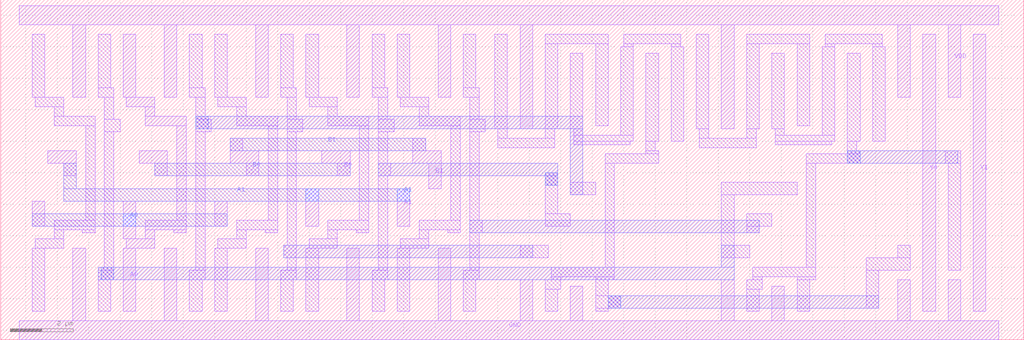
<source format=lef>
VERSION 5.7 ;
  NOWIREEXTENSIONATPIN ON ;
  DIVIDERCHAR "/" ;
  BUSBITCHARS "[]" ;
MACRO INVX1
  CLASS BLOCK ;
  FOREIGN INVX1 ;
  ORIGIN 0.900 0.300 ;
  SIZE 3.500 BY 10.800 ;
  OBS
      LAYER metal1 ;
        RECT -0.200 9.700 1.800 10.300 ;
        RECT 0.200 7.400 0.600 9.700 ;
        RECT 0.200 1.900 0.600 2.700 ;
        RECT 0.200 0.300 0.600 1.600 ;
        RECT 1.000 0.600 1.400 9.400 ;
        RECT -0.200 -0.300 1.800 0.300 ;
  END
END INVX1
MACRO NOR3X1
  CLASS BLOCK ;
  FOREIGN NOR3X1 ;
  ORIGIN 0.700 0.300 ;
  SIZE 7.500 BY 10.800 ;
  OBS
      LAYER metal1 ;
        RECT -0.200 9.700 6.600 10.300 ;
        RECT 0.200 6.400 0.600 9.400 ;
        RECT 1.000 6.400 1.400 9.700 ;
        RECT 1.800 9.100 3.800 9.400 ;
        RECT 1.800 6.400 2.200 9.100 ;
        RECT 2.600 6.400 3.000 8.800 ;
        RECT 3.400 6.500 3.800 9.100 ;
        RECT 4.300 9.100 6.100 9.400 ;
        RECT 4.300 9.000 4.600 9.100 ;
        RECT 0.300 6.100 0.600 6.400 ;
        RECT 1.800 6.100 2.100 6.400 ;
        RECT 0.300 5.800 2.100 6.100 ;
        RECT 2.700 6.200 3.000 6.400 ;
        RECT 4.200 6.200 4.600 9.000 ;
        RECT 5.800 9.000 6.100 9.100 ;
        RECT 2.700 6.000 4.600 6.200 ;
        RECT 5.000 6.000 5.400 8.800 ;
        RECT 5.800 6.000 6.200 9.000 ;
        RECT 2.700 5.900 4.500 6.000 ;
        RECT 5.000 5.700 5.300 6.000 ;
        RECT 5.000 5.600 5.400 5.700 ;
        RECT 3.700 5.300 5.400 5.600 ;
        RECT 2.600 4.300 3.400 4.700 ;
        RECT 1.800 3.300 2.600 3.700 ;
        RECT 1.000 2.300 1.900 2.700 ;
        RECT 3.700 2.000 4.000 5.300 ;
        RECT 2.000 1.700 4.000 2.000 ;
        RECT 2.000 1.600 2.300 1.700 ;
        RECT 1.000 0.300 1.400 1.600 ;
        RECT 1.800 1.300 2.300 1.600 ;
        RECT 3.400 1.600 4.000 1.700 ;
        RECT 1.800 0.600 2.200 1.300 ;
        RECT 2.600 0.300 3.000 1.400 ;
        RECT 3.400 0.600 3.800 1.600 ;
        RECT -0.200 -0.300 6.600 0.300 ;
  END
END NOR3X1
MACRO CELM2X1
  CLASS BLOCK ;
  FOREIGN CELM2X1 ;
  ORIGIN 0.800 0.300 ;
  SIZE 4.500 BY 10.800 ;
  OBS
      LAYER metal1 ;
        RECT -0.200 9.700 3.100 10.300 ;
        RECT 0.200 7.400 0.600 9.400 ;
        RECT 1.500 7.400 1.900 9.700 ;
        RECT 2.300 7.700 2.700 9.400 ;
        RECT 2.300 7.400 2.800 7.700 ;
        RECT 0.300 7.100 1.200 7.400 ;
        RECT 0.900 6.800 1.200 7.100 ;
        RECT 0.900 6.500 2.200 6.800 ;
        RECT 0.700 5.300 1.600 5.700 ;
        RECT 1.200 4.900 1.600 5.300 ;
        RECT 0.200 3.300 0.600 4.100 ;
        RECT 1.900 3.500 2.200 6.500 ;
        RECT 0.900 3.200 2.200 3.500 ;
        RECT 0.900 2.900 1.200 3.200 ;
        RECT 1.800 3.100 2.200 3.200 ;
        RECT 2.500 6.700 2.800 7.400 ;
        RECT 2.500 6.300 3.000 6.700 ;
        RECT 0.300 2.600 1.200 2.900 ;
        RECT 0.200 0.600 0.600 2.600 ;
        RECT 1.500 0.300 1.900 2.600 ;
        RECT 2.500 1.900 2.800 6.300 ;
        RECT 2.300 1.600 2.800 1.900 ;
        RECT 2.300 0.600 2.700 1.600 ;
        RECT -0.200 -0.300 3.100 0.300 ;
  END
END CELM2X1
MACRO SECLIBAND_opt
  CLASS BLOCK ;
  FOREIGN SECLIBAND_opt ;
  ORIGIN 0.800 0.300 ;
  SIZE 32.500 BY 10.800 ;
  PIN B0
    DIRECTION INPUT ;
    USE SIGNAL ;
    ANTENNAGATEAREA 1.600000 ;
    PORT
      LAYER metal1 ;
        RECT 3.600 5.300 4.500 5.700 ;
        RECT 9.400 5.300 10.300 5.700 ;
        RECT 4.100 4.900 4.500 5.300 ;
        RECT 9.900 4.900 10.300 5.300 ;
      LAYER metal2 ;
        RECT 4.100 4.900 10.300 5.300 ;
    END
  END B0
  PIN A0
    DIRECTION INPUT ;
    USE SIGNAL ;
    ANTENNAGATEAREA 3.000000 ;
    PORT
      LAYER metal1 ;
        RECT 3.100 7.400 3.500 9.400 ;
        RECT 3.200 7.100 4.100 7.400 ;
        RECT 3.800 6.800 4.100 7.100 ;
        RECT 3.800 6.500 5.100 6.800 ;
        RECT 0.200 3.300 0.600 4.100 ;
        RECT 3.100 2.900 3.500 4.100 ;
        RECT 4.800 3.500 5.100 6.500 ;
        RECT 3.800 3.200 5.100 3.500 ;
        RECT 6.000 3.300 6.400 4.100 ;
        RECT 3.800 2.900 4.100 3.200 ;
        RECT 4.700 3.100 5.100 3.200 ;
        RECT 3.200 2.600 4.100 2.900 ;
        RECT 3.100 0.600 3.500 2.600 ;
      LAYER via1 ;
        RECT 3.100 3.300 3.500 3.700 ;
      LAYER metal2 ;
        RECT 0.200 3.300 6.400 3.700 ;
    END
  END A0
  PIN B1
    DIRECTION INPUT ;
    USE SIGNAL ;
    ANTENNAGATEAREA 1.600000 ;
    PORT
      LAYER metal1 ;
        RECT 6.500 5.700 6.900 6.100 ;
        RECT 12.300 5.700 12.700 6.100 ;
        RECT 6.500 5.300 7.400 5.700 ;
        RECT 12.300 5.300 13.200 5.700 ;
        RECT 7.000 4.900 7.400 5.300 ;
        RECT 12.800 4.500 13.200 5.300 ;
      LAYER metal2 ;
        RECT 6.500 5.700 12.700 6.100 ;
    END
  END B1
  PIN A1
    DIRECTION INPUT ;
    USE SIGNAL ;
    ANTENNAGATEAREA 2.400000 ;
    PORT
      LAYER metal1 ;
        RECT 0.700 5.300 1.600 5.700 ;
        RECT 1.200 4.900 1.600 5.300 ;
        RECT 8.900 3.300 9.300 4.500 ;
        RECT 11.800 3.300 12.200 4.500 ;
      LAYER via1 ;
        RECT 8.900 4.100 9.300 4.500 ;
        RECT 11.800 4.100 12.200 4.500 ;
      LAYER metal2 ;
        RECT 1.200 4.500 1.600 5.300 ;
        RECT 1.200 4.100 12.200 4.500 ;
    END
  END A1
  PIN Y0
    DIRECTION OUTPUT ;
    USE SIGNAL ;
    PORT
      LAYER metal1 ;
        RECT 28.500 0.600 28.900 9.400 ;
    END
  END Y0
  PIN Y1
    DIRECTION OUTPUT ;
    USE SIGNAL ;
    PORT
      LAYER metal1 ;
        RECT 30.100 0.600 30.500 9.400 ;
    END
  END Y1
  PIN VDD
    DIRECTION INOUT ;
    USE POWER ;
    PORT
      LAYER metal1 ;
        RECT -0.200 9.700 30.900 10.300 ;
        RECT 1.500 7.400 1.900 9.700 ;
        RECT 4.400 7.400 4.800 9.700 ;
        RECT 7.300 7.400 7.700 9.700 ;
        RECT 10.200 7.400 10.600 9.700 ;
        RECT 13.100 7.400 13.500 9.700 ;
        RECT 15.700 6.400 16.100 9.700 ;
        RECT 22.100 6.400 22.500 9.700 ;
        RECT 27.700 7.400 28.100 9.700 ;
        RECT 29.300 7.400 29.700 9.700 ;
    END
  END VDD
  PIN GND
    DIRECTION INOUT ;
    USE GROUND ;
    PORT
      LAYER metal1 ;
        RECT 1.500 0.300 1.900 2.600 ;
        RECT 4.400 0.300 4.800 2.600 ;
        RECT 7.300 0.300 7.700 2.600 ;
        RECT 10.200 0.300 10.600 2.600 ;
        RECT 13.100 0.300 13.500 2.600 ;
        RECT 15.700 0.300 16.100 1.600 ;
        RECT 17.300 0.300 17.700 1.400 ;
        RECT 22.100 0.300 22.500 1.600 ;
        RECT 23.700 0.300 24.100 1.400 ;
        RECT 27.700 0.300 28.100 1.600 ;
        RECT 29.300 0.300 29.700 1.600 ;
        RECT -0.200 -0.300 30.900 0.300 ;
    END
  END GND
  OBS
      LAYER metal1 ;
        RECT 0.200 7.400 0.600 9.400 ;
        RECT 2.300 7.700 2.700 9.400 ;
        RECT 5.200 7.700 5.600 9.400 ;
        RECT 2.300 7.400 2.800 7.700 ;
        RECT 5.200 7.400 5.700 7.700 ;
        RECT 6.000 7.400 6.400 9.400 ;
        RECT 8.100 7.700 8.500 9.400 ;
        RECT 8.100 7.400 8.600 7.700 ;
        RECT 8.900 7.400 9.300 9.400 ;
        RECT 11.000 7.700 11.400 9.400 ;
        RECT 11.000 7.400 11.500 7.700 ;
        RECT 11.800 7.400 12.200 9.400 ;
        RECT 13.900 7.700 14.300 9.400 ;
        RECT 13.900 7.400 14.400 7.700 ;
        RECT 0.300 7.100 1.200 7.400 ;
        RECT 0.900 6.800 1.200 7.100 ;
        RECT 0.900 6.500 2.200 6.800 ;
        RECT 1.900 3.500 2.200 6.500 ;
        RECT 0.900 3.200 2.200 3.500 ;
        RECT 0.900 2.900 1.200 3.200 ;
        RECT 1.800 3.100 2.200 3.200 ;
        RECT 2.500 6.700 2.800 7.400 ;
        RECT 5.400 6.800 5.700 7.400 ;
        RECT 6.100 7.100 7.000 7.400 ;
        RECT 6.700 6.800 7.000 7.100 ;
        RECT 5.400 6.700 5.800 6.800 ;
        RECT 2.500 6.300 3.000 6.700 ;
        RECT 5.400 6.300 5.900 6.700 ;
        RECT 6.700 6.500 8.000 6.800 ;
        RECT 0.300 2.600 1.200 2.900 ;
        RECT 0.200 0.600 0.600 2.600 ;
        RECT 2.500 2.000 2.800 6.300 ;
        RECT 2.400 1.900 2.800 2.000 ;
        RECT 5.400 1.900 5.700 6.300 ;
        RECT 7.700 3.500 8.000 6.500 ;
        RECT 6.700 3.200 8.000 3.500 ;
        RECT 6.700 2.900 7.000 3.200 ;
        RECT 7.600 3.100 8.000 3.200 ;
        RECT 8.300 6.700 8.600 7.400 ;
        RECT 9.000 7.100 9.900 7.400 ;
        RECT 9.600 6.800 9.900 7.100 ;
        RECT 8.300 6.300 8.800 6.700 ;
        RECT 9.600 6.500 10.900 6.800 ;
        RECT 6.100 2.600 7.000 2.900 ;
        RECT 8.300 2.700 8.600 6.300 ;
        RECT 10.600 3.500 10.900 6.500 ;
        RECT 9.600 3.200 10.900 3.500 ;
        RECT 9.600 2.900 9.900 3.200 ;
        RECT 10.500 3.100 10.900 3.200 ;
        RECT 11.200 6.700 11.500 7.400 ;
        RECT 11.900 7.100 12.800 7.400 ;
        RECT 12.500 6.800 12.800 7.100 ;
        RECT 11.200 6.300 11.700 6.700 ;
        RECT 12.500 6.500 13.800 6.800 ;
        RECT 11.200 5.300 11.500 6.300 ;
        RECT 11.200 4.900 11.600 5.300 ;
        RECT 2.300 1.600 2.800 1.900 ;
        RECT 5.200 1.600 5.700 1.900 ;
        RECT 2.300 0.600 2.700 1.600 ;
        RECT 5.200 0.600 5.600 1.600 ;
        RECT 6.000 0.600 6.400 2.600 ;
        RECT 8.200 2.300 8.600 2.700 ;
        RECT 9.000 2.600 9.900 2.900 ;
        RECT 8.300 1.900 8.600 2.300 ;
        RECT 8.100 1.600 8.600 1.900 ;
        RECT 8.100 0.600 8.500 1.600 ;
        RECT 8.900 0.600 9.300 2.600 ;
        RECT 11.200 1.900 11.500 4.900 ;
        RECT 13.500 3.500 13.800 6.500 ;
        RECT 12.500 3.200 13.800 3.500 ;
        RECT 12.500 2.900 12.800 3.200 ;
        RECT 13.400 3.100 13.800 3.200 ;
        RECT 14.100 6.700 14.400 7.400 ;
        RECT 14.100 6.300 14.600 6.700 ;
        RECT 14.900 6.400 15.300 9.400 ;
        RECT 14.100 3.500 14.400 6.300 ;
        RECT 15.000 6.100 15.300 6.400 ;
        RECT 16.500 9.100 18.500 9.400 ;
        RECT 16.500 6.400 16.900 9.100 ;
        RECT 17.300 6.400 17.700 8.800 ;
        RECT 18.100 6.500 18.500 9.100 ;
        RECT 19.000 9.100 20.800 9.400 ;
        RECT 19.000 9.000 19.300 9.100 ;
        RECT 16.500 6.100 16.800 6.400 ;
        RECT 15.000 5.800 16.800 6.100 ;
        RECT 17.400 6.200 17.700 6.400 ;
        RECT 18.900 6.200 19.300 9.000 ;
        RECT 20.500 9.000 20.800 9.100 ;
        RECT 17.400 6.000 19.300 6.200 ;
        RECT 19.700 6.000 20.100 8.800 ;
        RECT 20.500 6.000 20.900 9.000 ;
        RECT 21.300 6.400 21.700 9.400 ;
        RECT 21.400 6.100 21.700 6.400 ;
        RECT 22.900 9.100 24.900 9.400 ;
        RECT 22.900 6.400 23.300 9.100 ;
        RECT 23.700 6.400 24.100 8.800 ;
        RECT 24.500 6.500 24.900 9.100 ;
        RECT 25.400 9.100 27.200 9.400 ;
        RECT 25.400 9.000 25.700 9.100 ;
        RECT 22.900 6.100 23.200 6.400 ;
        RECT 17.400 5.900 19.200 6.000 ;
        RECT 19.700 5.700 20.000 6.000 ;
        RECT 21.400 5.800 23.200 6.100 ;
        RECT 23.800 6.200 24.100 6.400 ;
        RECT 25.300 6.200 25.700 9.000 ;
        RECT 26.900 9.000 27.200 9.100 ;
        RECT 23.800 6.000 25.700 6.200 ;
        RECT 26.100 6.000 26.500 8.800 ;
        RECT 26.900 6.000 27.300 9.000 ;
        RECT 23.800 5.900 25.600 6.000 ;
        RECT 26.100 5.700 26.400 6.000 ;
        RECT 19.700 5.600 20.100 5.700 ;
        RECT 26.100 5.600 26.500 5.700 ;
        RECT 18.400 5.300 20.100 5.600 ;
        RECT 24.800 5.300 26.500 5.600 ;
        RECT 29.200 5.300 29.700 5.700 ;
        RECT 16.500 3.700 16.900 5.000 ;
        RECT 17.300 4.300 18.100 4.700 ;
        RECT 14.100 3.100 14.500 3.500 ;
        RECT 16.500 3.300 17.300 3.700 ;
        RECT 11.900 2.600 12.800 2.900 ;
        RECT 11.000 1.600 11.500 1.900 ;
        RECT 11.000 0.600 11.400 1.600 ;
        RECT 11.800 0.600 12.200 2.600 ;
        RECT 14.100 1.900 14.400 3.100 ;
        RECT 15.700 2.300 16.600 2.700 ;
        RECT 18.400 2.000 18.700 5.300 ;
        RECT 22.100 4.300 24.500 4.700 ;
        RECT 22.100 2.700 22.500 4.300 ;
        RECT 22.900 3.300 23.700 3.700 ;
        RECT 22.900 3.100 23.300 3.300 ;
        RECT 22.100 2.300 23.000 2.700 ;
        RECT 24.800 2.000 25.100 5.300 ;
        RECT 27.700 2.300 28.100 2.700 ;
        RECT 13.900 1.600 14.400 1.900 ;
        RECT 16.700 1.700 18.700 2.000 ;
        RECT 16.700 1.600 17.000 1.700 ;
        RECT 13.900 0.600 14.300 1.600 ;
        RECT 16.500 1.300 17.000 1.600 ;
        RECT 18.100 1.600 18.700 1.700 ;
        RECT 23.100 1.700 25.100 2.000 ;
        RECT 23.100 1.600 23.400 1.700 ;
        RECT 16.500 0.600 16.900 1.300 ;
        RECT 18.100 1.100 18.500 1.600 ;
        RECT 22.900 1.300 23.400 1.600 ;
        RECT 24.500 1.600 25.100 1.700 ;
        RECT 26.700 1.900 28.100 2.300 ;
        RECT 29.300 1.900 29.700 5.300 ;
        RECT 18.100 0.700 18.900 1.100 ;
        RECT 18.100 0.600 18.500 0.700 ;
        RECT 22.900 0.600 23.300 1.300 ;
        RECT 24.500 0.600 24.900 1.600 ;
        RECT 26.700 0.700 27.100 1.900 ;
      LAYER via1 ;
        RECT 5.400 6.400 5.800 6.800 ;
        RECT 2.400 1.600 2.800 2.000 ;
        RECT 26.100 5.300 26.500 5.700 ;
        RECT 16.500 4.600 16.900 5.000 ;
        RECT 18.500 0.700 18.900 1.100 ;
      LAYER metal2 ;
        RECT 5.400 6.400 17.700 6.800 ;
        RECT 11.200 4.900 16.900 5.300 ;
        RECT 16.500 4.600 16.900 4.900 ;
        RECT 17.300 4.300 17.700 6.400 ;
        RECT 26.100 5.300 29.600 5.700 ;
        RECT 14.100 3.100 23.300 3.500 ;
        RECT 8.200 2.300 16.100 2.700 ;
        RECT 22.100 2.000 22.500 2.700 ;
        RECT 2.300 1.600 22.500 2.000 ;
        RECT 18.500 0.700 27.100 1.100 ;
  END
END SECLIBAND_opt
END LIBRARY


</source>
